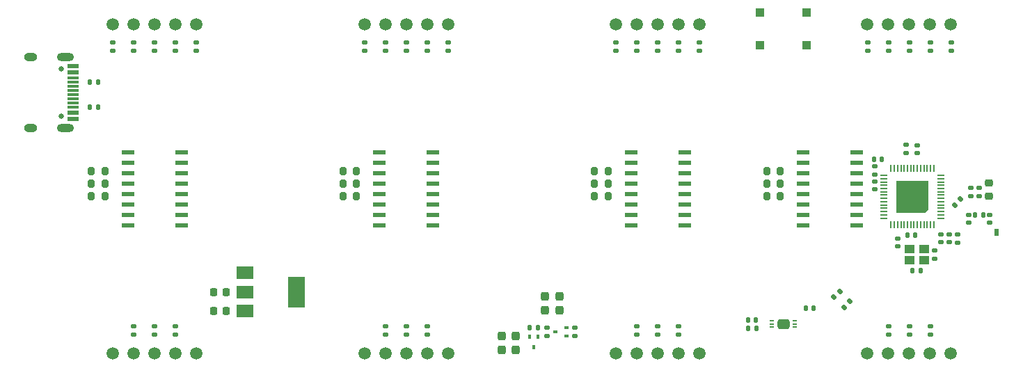
<source format=gbr>
%TF.GenerationSoftware,KiCad,Pcbnew,(6.0.9)*%
%TF.CreationDate,2022-12-19T16:18:23-05:00*%
%TF.ProjectId,Digital Clock PCB,44696769-7461-46c2-9043-6c6f636b2050,rev?*%
%TF.SameCoordinates,Original*%
%TF.FileFunction,Soldermask,Top*%
%TF.FilePolarity,Negative*%
%FSLAX46Y46*%
G04 Gerber Fmt 4.6, Leading zero omitted, Abs format (unit mm)*
G04 Created by KiCad (PCBNEW (6.0.9)) date 2022-12-19 16:18:23*
%MOMM*%
%LPD*%
G01*
G04 APERTURE LIST*
G04 Aperture macros list*
%AMRoundRect*
0 Rectangle with rounded corners*
0 $1 Rounding radius*
0 $2 $3 $4 $5 $6 $7 $8 $9 X,Y pos of 4 corners*
0 Add a 4 corners polygon primitive as box body*
4,1,4,$2,$3,$4,$5,$6,$7,$8,$9,$2,$3,0*
0 Add four circle primitives for the rounded corners*
1,1,$1+$1,$2,$3*
1,1,$1+$1,$4,$5*
1,1,$1+$1,$6,$7*
1,1,$1+$1,$8,$9*
0 Add four rect primitives between the rounded corners*
20,1,$1+$1,$2,$3,$4,$5,0*
20,1,$1+$1,$4,$5,$6,$7,0*
20,1,$1+$1,$6,$7,$8,$9,0*
20,1,$1+$1,$8,$9,$2,$3,0*%
%AMOutline5P*
0 Free polygon, 5 corners , with rotation*
0 The origin of the aperture is its center*
0 number of corners: always 5*
0 $1 to $10 corner X, Y*
0 $11 Rotation angle, in degrees counterclockwise*
0 create outline with 5 corners*
4,1,5,$1,$2,$3,$4,$5,$6,$7,$8,$9,$10,$1,$2,$11*%
%AMOutline6P*
0 Free polygon, 6 corners , with rotation*
0 The origin of the aperture is its center*
0 number of corners: always 6*
0 $1 to $12 corner X, Y*
0 $13 Rotation angle, in degrees counterclockwise*
0 create outline with 6 corners*
4,1,6,$1,$2,$3,$4,$5,$6,$7,$8,$9,$10,$11,$12,$1,$2,$13*%
%AMOutline7P*
0 Free polygon, 7 corners , with rotation*
0 The origin of the aperture is its center*
0 number of corners: always 7*
0 $1 to $14 corner X, Y*
0 $15 Rotation angle, in degrees counterclockwise*
0 create outline with 7 corners*
4,1,7,$1,$2,$3,$4,$5,$6,$7,$8,$9,$10,$11,$12,$13,$14,$1,$2,$15*%
%AMOutline8P*
0 Free polygon, 8 corners , with rotation*
0 The origin of the aperture is its center*
0 number of corners: always 8*
0 $1 to $16 corner X, Y*
0 $17 Rotation angle, in degrees counterclockwise*
0 create outline with 8 corners*
4,1,8,$1,$2,$3,$4,$5,$6,$7,$8,$9,$10,$11,$12,$13,$14,$15,$16,$1,$2,$17*%
G04 Aperture macros list end*
%ADD10RoundRect,0.237500X0.237500X-0.300000X0.237500X0.300000X-0.237500X0.300000X-0.237500X-0.300000X0*%
%ADD11RoundRect,0.135000X0.185000X-0.135000X0.185000X0.135000X-0.185000X0.135000X-0.185000X-0.135000X0*%
%ADD12RoundRect,0.137500X-0.662500X-0.137500X0.662500X-0.137500X0.662500X0.137500X-0.662500X0.137500X0*%
%ADD13RoundRect,0.140000X0.140000X0.170000X-0.140000X0.170000X-0.140000X-0.170000X0.140000X-0.170000X0*%
%ADD14RoundRect,0.135000X-0.185000X0.135000X-0.185000X-0.135000X0.185000X-0.135000X0.185000X0.135000X0*%
%ADD15R,0.400000X0.510000*%
%ADD16RoundRect,0.200000X-0.200000X-0.275000X0.200000X-0.275000X0.200000X0.275000X-0.200000X0.275000X0*%
%ADD17RoundRect,0.225000X0.225000X0.250000X-0.225000X0.250000X-0.225000X-0.250000X0.225000X-0.250000X0*%
%ADD18R,0.510000X0.400000*%
%ADD19RoundRect,0.140000X0.170000X-0.140000X0.170000X0.140000X-0.170000X0.140000X-0.170000X-0.140000X0*%
%ADD20RoundRect,0.140000X-0.170000X0.140000X-0.170000X-0.140000X0.170000X-0.140000X0.170000X0.140000X0*%
%ADD21RoundRect,0.147500X0.147500X0.172500X-0.147500X0.172500X-0.147500X-0.172500X0.147500X-0.172500X0*%
%ADD22RoundRect,0.220000X0.330000X0.330000X-0.330000X0.330000X-0.330000X-0.330000X0.330000X-0.330000X0*%
%ADD23RoundRect,0.147500X0.017678X-0.226274X0.226274X-0.017678X-0.017678X0.226274X-0.226274X0.017678X0*%
%ADD24RoundRect,0.135000X-0.135000X-0.185000X0.135000X-0.185000X0.135000X0.185000X-0.135000X0.185000X0*%
%ADD25RoundRect,0.140000X-0.140000X-0.170000X0.140000X-0.170000X0.140000X0.170000X-0.140000X0.170000X0*%
%ADD26R,0.500000X0.900000*%
%ADD27RoundRect,0.135000X0.035355X-0.226274X0.226274X-0.035355X-0.035355X0.226274X-0.226274X0.035355X0*%
%ADD28R,2.000000X1.500000*%
%ADD29R,2.000000X3.800000*%
%ADD30RoundRect,0.055000X-0.195000X0.055000X-0.195000X-0.055000X0.195000X-0.055000X0.195000X0.055000X0*%
%ADD31RoundRect,0.055000X0.195000X-0.055000X0.195000X0.055000X-0.195000X0.055000X-0.195000X-0.055000X0*%
%ADD32RoundRect,0.300000X-0.450000X0.300000X-0.450000X-0.300000X0.450000X-0.300000X0.450000X0.300000X0*%
%ADD33RoundRect,0.135000X0.135000X0.185000X-0.135000X0.185000X-0.135000X-0.185000X0.135000X-0.185000X0*%
%ADD34RoundRect,0.050000X0.387500X0.050000X-0.387500X0.050000X-0.387500X-0.050000X0.387500X-0.050000X0*%
%ADD35RoundRect,0.050000X0.050000X0.387500X-0.050000X0.387500X-0.050000X-0.387500X0.050000X-0.387500X0*%
%ADD36Outline5P,-1.975000X1.580000X-1.580000X1.975000X1.975000X1.975000X1.975000X-1.975000X-1.975000X-1.975000X180.000000*%
%ADD37C,0.650000*%
%ADD38R,1.450000X0.600000*%
%ADD39R,1.450000X0.300000*%
%ADD40O,2.100000X1.000000*%
%ADD41O,1.600000X1.000000*%
%ADD42RoundRect,0.225000X-0.250000X0.225000X-0.250000X-0.225000X0.250000X-0.225000X0.250000X0.225000X0*%
%ADD43R,1.150000X1.000000*%
%ADD44C,1.500000*%
G04 APERTURE END LIST*
D10*
%TO.C,C21*%
X80365600Y-57758500D03*
X80365600Y-56033500D03*
%TD*%
D11*
%TO.C,R13*%
X63627000Y-21338000D03*
X63627000Y-20318000D03*
%TD*%
%TO.C,R9*%
X89204800Y-56034400D03*
X89204800Y-55014400D03*
%TD*%
D12*
%TO.C,U7*%
X117019000Y-33629600D03*
X117019000Y-34899600D03*
X117019000Y-36169600D03*
X117019000Y-37439600D03*
X117019000Y-38709600D03*
X117019000Y-39979600D03*
X117019000Y-41249600D03*
X117019000Y-42519600D03*
X123519000Y-42519600D03*
X123519000Y-41249600D03*
X123519000Y-39979600D03*
X123519000Y-38709600D03*
X123519000Y-37439600D03*
X123519000Y-36169600D03*
X123519000Y-34899600D03*
X123519000Y-33629600D03*
%TD*%
D11*
%TO.C,R36*%
X135788400Y-44655200D03*
X135788400Y-43635200D03*
%TD*%
D13*
%TO.C,C6*%
X130629600Y-43738800D03*
X129669600Y-43738800D03*
%TD*%
D14*
%TO.C,R30*%
X127381000Y-54862000D03*
X127381000Y-55882000D03*
%TD*%
D15*
%TO.C,Q1*%
X84701000Y-56124000D03*
X83701000Y-56124000D03*
X84201000Y-57414000D03*
%TD*%
D16*
%TO.C,R47*%
X61024000Y-38989000D03*
X62674000Y-38989000D03*
%TD*%
D12*
%TO.C,U1*%
X34850000Y-33655000D03*
X34850000Y-34925000D03*
X34850000Y-36195000D03*
X34850000Y-37465000D03*
X34850000Y-38735000D03*
X34850000Y-40005000D03*
X34850000Y-41275000D03*
X34850000Y-42545000D03*
X41350000Y-42545000D03*
X41350000Y-41275000D03*
X41350000Y-40005000D03*
X41350000Y-38735000D03*
X41350000Y-37465000D03*
X41350000Y-36195000D03*
X41350000Y-34925000D03*
X41350000Y-33655000D03*
%TD*%
D11*
%TO.C,R21*%
X94234000Y-21338000D03*
X94234000Y-20318000D03*
%TD*%
D17*
%TO.C,C18*%
X46799800Y-52959000D03*
X45249800Y-52959000D03*
%TD*%
D12*
%TO.C,U2*%
X65431600Y-33655000D03*
X65431600Y-34925000D03*
X65431600Y-36195000D03*
X65431600Y-37465000D03*
X65431600Y-38735000D03*
X65431600Y-40005000D03*
X65431600Y-41275000D03*
X65431600Y-42545000D03*
X71931600Y-42545000D03*
X71931600Y-41275000D03*
X71931600Y-40005000D03*
X71931600Y-38735000D03*
X71931600Y-37465000D03*
X71931600Y-36195000D03*
X71931600Y-34925000D03*
X71931600Y-33655000D03*
%TD*%
D18*
%TO.C,Q2*%
X88173400Y-56024400D03*
X88173400Y-55024400D03*
X86883400Y-55524400D03*
%TD*%
D14*
%TO.C,R31*%
X129921000Y-54862000D03*
X129921000Y-55882000D03*
%TD*%
D13*
%TO.C,C17*%
X111246800Y-54051200D03*
X110286800Y-54051200D03*
%TD*%
D19*
%TO.C,C12*%
X128473200Y-45105200D03*
X128473200Y-44145200D03*
%TD*%
D11*
%TO.C,R10*%
X85852000Y-56034400D03*
X85852000Y-55014400D03*
%TD*%
%TO.C,R25*%
X101854000Y-21338000D03*
X101854000Y-20318000D03*
%TD*%
D20*
%TO.C,C5*%
X137414000Y-38026400D03*
X137414000Y-38986400D03*
%TD*%
D21*
%TO.C,L1*%
X138915000Y-41275000D03*
X137945000Y-41275000D03*
%TD*%
D16*
%TO.C,R53*%
X91631000Y-38989000D03*
X93281000Y-38989000D03*
%TD*%
D22*
%TO.C,SW1*%
X117454800Y-20593600D03*
X111754800Y-20593600D03*
X117454800Y-16693600D03*
X111754800Y-16693600D03*
%TD*%
D16*
%TO.C,R44*%
X30417000Y-38989000D03*
X32067000Y-38989000D03*
%TD*%
D14*
%TO.C,R14*%
X66167000Y-54862000D03*
X66167000Y-55882000D03*
%TD*%
D11*
%TO.C,R28*%
X127381000Y-21338000D03*
X127381000Y-20318000D03*
%TD*%
%TO.C,R2*%
X33020000Y-21338000D03*
X33020000Y-20318000D03*
%TD*%
%TO.C,R26*%
X104394000Y-21338000D03*
X104394000Y-20318000D03*
%TD*%
D16*
%TO.C,R45*%
X61024000Y-35941000D03*
X62674000Y-35941000D03*
%TD*%
D11*
%TO.C,R12*%
X66167000Y-21338000D03*
X66167000Y-20318000D03*
%TD*%
%TO.C,R6*%
X40640000Y-21338000D03*
X40640000Y-20318000D03*
%TD*%
D14*
%TO.C,R16*%
X71247000Y-54862000D03*
X71247000Y-55882000D03*
%TD*%
D20*
%TO.C,C4*%
X137160000Y-41275000D03*
X137160000Y-42235000D03*
%TD*%
D11*
%TO.C,R17*%
X71247000Y-21338000D03*
X71247000Y-20318000D03*
%TD*%
D23*
%TO.C,L2*%
X135420053Y-40068547D03*
X136105947Y-39382653D03*
%TD*%
D16*
%TO.C,R46*%
X61024000Y-37465000D03*
X62674000Y-37465000D03*
%TD*%
D11*
%TO.C,R37*%
X129489200Y-33782000D03*
X129489200Y-32762000D03*
%TD*%
D19*
%TO.C,C15*%
X125679200Y-36344800D03*
X125679200Y-35384800D03*
%TD*%
%TO.C,C11*%
X130911600Y-33754000D03*
X130911600Y-32794000D03*
%TD*%
D14*
%TO.C,R32*%
X132461000Y-54862000D03*
X132461000Y-55882000D03*
%TD*%
D16*
%TO.C,R50*%
X112586000Y-38989000D03*
X114236000Y-38989000D03*
%TD*%
D11*
%TO.C,R27*%
X99314000Y-21338000D03*
X99314000Y-20318000D03*
%TD*%
D14*
%TO.C,R24*%
X101854000Y-54862000D03*
X101854000Y-55882000D03*
%TD*%
%TO.C,R15*%
X68707000Y-54862000D03*
X68707000Y-55882000D03*
%TD*%
D24*
%TO.C,R54*%
X110284800Y-55067200D03*
X111304800Y-55067200D03*
%TD*%
D14*
%TO.C,R4*%
X38100000Y-54862000D03*
X38100000Y-55882000D03*
%TD*%
D24*
%TO.C,R40*%
X30224000Y-25146000D03*
X31244000Y-25146000D03*
%TD*%
D12*
%TO.C,U6*%
X96064000Y-33655000D03*
X96064000Y-34925000D03*
X96064000Y-36195000D03*
X96064000Y-37465000D03*
X96064000Y-38735000D03*
X96064000Y-40005000D03*
X96064000Y-41275000D03*
X96064000Y-42545000D03*
X102564000Y-42545000D03*
X102564000Y-41275000D03*
X102564000Y-40005000D03*
X102564000Y-38735000D03*
X102564000Y-37465000D03*
X102564000Y-36195000D03*
X102564000Y-34925000D03*
X102564000Y-33655000D03*
%TD*%
D11*
%TO.C,R8*%
X38100000Y-21338000D03*
X38100000Y-20318000D03*
%TD*%
D14*
%TO.C,R3*%
X35560000Y-54862000D03*
X35560000Y-55882000D03*
%TD*%
D10*
%TO.C,C20*%
X87376000Y-52932500D03*
X87376000Y-51207500D03*
%TD*%
D11*
%TO.C,R1*%
X35560000Y-21338000D03*
X35560000Y-20318000D03*
%TD*%
D20*
%TO.C,C1*%
X139700000Y-41275000D03*
X139700000Y-42235000D03*
%TD*%
D25*
%TO.C,C10*%
X130304600Y-48082200D03*
X131264600Y-48082200D03*
%TD*%
D26*
%TO.C,AE1*%
X140563600Y-43375000D03*
%TD*%
D11*
%TO.C,R20*%
X96774000Y-21338000D03*
X96774000Y-20318000D03*
%TD*%
D13*
%TO.C,C13*%
X126565600Y-34493200D03*
X125605600Y-34493200D03*
%TD*%
D27*
%TO.C,R38*%
X121965776Y-52532224D03*
X122687024Y-51810976D03*
%TD*%
D10*
%TO.C,C23*%
X82042000Y-57758500D03*
X82042000Y-56033500D03*
%TD*%
D16*
%TO.C,R42*%
X30417000Y-35941000D03*
X32067000Y-35941000D03*
%TD*%
D14*
%TO.C,R22*%
X96774000Y-54862000D03*
X96774000Y-55882000D03*
%TD*%
D28*
%TO.C,U10*%
X49097800Y-48347600D03*
D29*
X55397800Y-50647600D03*
D28*
X49097800Y-50647600D03*
X49097800Y-52947600D03*
%TD*%
D16*
%TO.C,R48*%
X112586000Y-35941000D03*
X114236000Y-35941000D03*
%TD*%
D30*
%TO.C,PD1*%
X113204800Y-54159200D03*
X113204800Y-54559200D03*
X113204800Y-54959200D03*
D31*
X116004800Y-54959200D03*
X116004800Y-54559200D03*
X116004800Y-54159200D03*
D32*
X114604800Y-54559200D03*
%TD*%
D19*
%TO.C,C8*%
X133756400Y-44625200D03*
X133756400Y-43665200D03*
%TD*%
D20*
%TO.C,C9*%
X133019800Y-45646400D03*
X133019800Y-46606400D03*
%TD*%
D16*
%TO.C,R43*%
X30417000Y-37465000D03*
X32067000Y-37465000D03*
%TD*%
D11*
%TO.C,R7*%
X43180000Y-21338000D03*
X43180000Y-20318000D03*
%TD*%
D33*
%TO.C,R11*%
X84711000Y-54991000D03*
X83691000Y-54991000D03*
%TD*%
D10*
%TO.C,C22*%
X85598000Y-52932500D03*
X85598000Y-51207500D03*
%TD*%
D14*
%TO.C,R5*%
X40640000Y-54862000D03*
X40640000Y-55882000D03*
%TD*%
D11*
%TO.C,R19*%
X68707000Y-21338000D03*
X68707000Y-20318000D03*
%TD*%
D27*
%TO.C,R39*%
X120746576Y-51313024D03*
X121467824Y-50591776D03*
%TD*%
D20*
%TO.C,C14*%
X125679200Y-37213600D03*
X125679200Y-38173600D03*
%TD*%
D16*
%TO.C,R52*%
X91631000Y-37465000D03*
X93281000Y-37465000D03*
%TD*%
D34*
%TO.C,U5*%
X133731000Y-41675000D03*
X133731000Y-41275000D03*
X133731000Y-40875000D03*
X133731000Y-40475000D03*
X133731000Y-40075000D03*
X133731000Y-39675000D03*
X133731000Y-39275000D03*
X133731000Y-38875000D03*
X133731000Y-38475000D03*
X133731000Y-38075000D03*
X133731000Y-37675000D03*
X133731000Y-37275000D03*
X133731000Y-36875000D03*
X133731000Y-36475000D03*
D35*
X132893500Y-35637500D03*
X132493500Y-35637500D03*
X132093500Y-35637500D03*
X131693500Y-35637500D03*
X131293500Y-35637500D03*
X130893500Y-35637500D03*
X130493500Y-35637500D03*
X130093500Y-35637500D03*
X129693500Y-35637500D03*
X129293500Y-35637500D03*
X128893500Y-35637500D03*
X128493500Y-35637500D03*
X128093500Y-35637500D03*
X127693500Y-35637500D03*
D34*
X126856000Y-36475000D03*
X126856000Y-36875000D03*
X126856000Y-37275000D03*
X126856000Y-37675000D03*
X126856000Y-38075000D03*
X126856000Y-38475000D03*
X126856000Y-38875000D03*
X126856000Y-39275000D03*
X126856000Y-39675000D03*
X126856000Y-40075000D03*
X126856000Y-40475000D03*
X126856000Y-40875000D03*
X126856000Y-41275000D03*
X126856000Y-41675000D03*
D35*
X127693500Y-42512500D03*
X128093500Y-42512500D03*
X128493500Y-42512500D03*
X128893500Y-42512500D03*
X129293500Y-42512500D03*
X129693500Y-42512500D03*
X130093500Y-42512500D03*
X130493500Y-42512500D03*
X130893500Y-42512500D03*
X131293500Y-42512500D03*
X131693500Y-42512500D03*
X132093500Y-42512500D03*
X132493500Y-42512500D03*
X132893500Y-42512500D03*
D36*
X130293500Y-39075000D03*
%TD*%
D37*
%TO.C,J1*%
X26704600Y-23500600D03*
X26704600Y-29280600D03*
D38*
X28149600Y-23140600D03*
X28149600Y-23940600D03*
D39*
X28149600Y-25140600D03*
X28149600Y-26140600D03*
X28149600Y-26640600D03*
X28149600Y-27640600D03*
D38*
X28149600Y-28840600D03*
X28149600Y-29640600D03*
X28149600Y-29640600D03*
X28149600Y-28840600D03*
D39*
X28149600Y-28140600D03*
X28149600Y-27140600D03*
X28149600Y-25640600D03*
X28149600Y-24640600D03*
D38*
X28149600Y-23940600D03*
X28149600Y-23140600D03*
D40*
X27234600Y-22070600D03*
X27234600Y-30710600D03*
D41*
X23054600Y-22070600D03*
X23054600Y-30710600D03*
%TD*%
D11*
%TO.C,R35*%
X129921000Y-21338000D03*
X129921000Y-20318000D03*
%TD*%
D14*
%TO.C,R23*%
X99314000Y-54862000D03*
X99314000Y-55882000D03*
%TD*%
D24*
%TO.C,R41*%
X30224000Y-28143200D03*
X31244000Y-28143200D03*
%TD*%
D20*
%TO.C,C3*%
X138379200Y-38026400D03*
X138379200Y-38986400D03*
%TD*%
D16*
%TO.C,R49*%
X112586000Y-37465000D03*
X114236000Y-37465000D03*
%TD*%
D25*
%TO.C,C16*%
X117325200Y-52628800D03*
X118285200Y-52628800D03*
%TD*%
D42*
%TO.C,C2*%
X139598400Y-37413600D03*
X139598400Y-38963600D03*
%TD*%
D43*
%TO.C,Y1*%
X131685000Y-45426400D03*
X129935000Y-45426400D03*
X129935000Y-46826400D03*
X131685000Y-46826400D03*
%TD*%
D11*
%TO.C,R33*%
X132461000Y-21338000D03*
X132461000Y-20318000D03*
%TD*%
%TO.C,R34*%
X135001000Y-21338000D03*
X135001000Y-20318000D03*
%TD*%
D19*
%TO.C,C7*%
X134772400Y-44625200D03*
X134772400Y-43665200D03*
%TD*%
D16*
%TO.C,R51*%
X91631000Y-35941000D03*
X93281000Y-35941000D03*
%TD*%
D17*
%TO.C,C19*%
X46812200Y-50673000D03*
X45262200Y-50673000D03*
%TD*%
D11*
%TO.C,R18*%
X73787000Y-21338000D03*
X73787000Y-20318000D03*
%TD*%
%TO.C,R29*%
X124841000Y-21338000D03*
X124841000Y-20318000D03*
%TD*%
D44*
%TO.C,U4*%
X73780000Y-58100000D03*
X71240000Y-58100000D03*
X68700000Y-58100000D03*
X66160000Y-58100000D03*
X63620000Y-58100000D03*
X63620000Y-18100000D03*
X66160000Y-18100000D03*
X68700000Y-18100000D03*
X71240000Y-18100000D03*
X73780000Y-18100000D03*
%TD*%
%TO.C,U9*%
X134980000Y-58100000D03*
X132440000Y-58100000D03*
X129900000Y-58100000D03*
X127360000Y-58100000D03*
X124820000Y-58100000D03*
X124820000Y-18100000D03*
X127360000Y-18100000D03*
X129900000Y-18100000D03*
X132440000Y-18100000D03*
X134980000Y-18100000D03*
%TD*%
%TO.C,U8*%
X104380000Y-58100000D03*
X101840000Y-58100000D03*
X99300000Y-58100000D03*
X96760000Y-58100000D03*
X94220000Y-58100000D03*
X94220000Y-18100000D03*
X96760000Y-18100000D03*
X99300000Y-18100000D03*
X101840000Y-18100000D03*
X104380000Y-18100000D03*
%TD*%
%TO.C,U3*%
X43180000Y-58100000D03*
X40640000Y-58100000D03*
X38100000Y-58100000D03*
X35560000Y-58100000D03*
X33020000Y-58100000D03*
X33020000Y-18100000D03*
X35560000Y-18100000D03*
X38100000Y-18100000D03*
X40640000Y-18100000D03*
X43180000Y-18100000D03*
%TD*%
M02*

</source>
